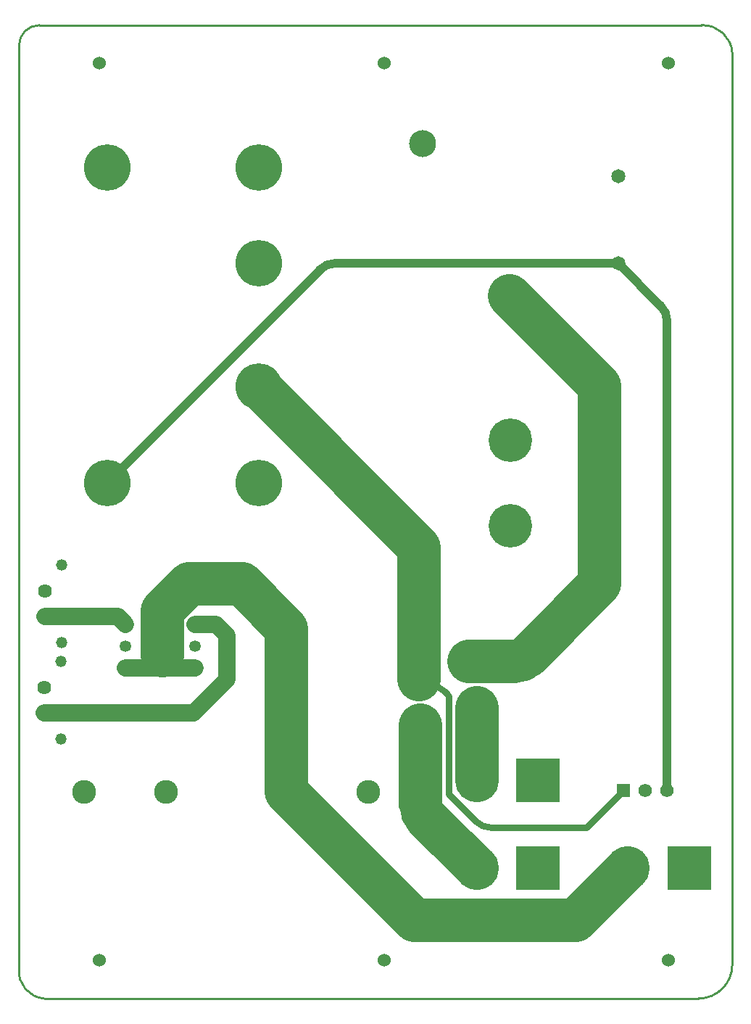
<source format=gtl>
G04*
G04 #@! TF.GenerationSoftware,Altium Limited,Altium Designer,19.0.15 (446)*
G04*
G04 Layer_Physical_Order=1*
G04 Layer_Color=255*
%FSLAX25Y25*%
%MOIN*%
G70*
G01*
G75*
%ADD10C,0.01000*%
%ADD29C,0.04000*%
%ADD30C,0.20000*%
%ADD31C,0.03000*%
%ADD32R,0.06811X0.03819*%
%ADD33C,0.08000*%
%ADD34R,0.06201X0.06201*%
%ADD35C,0.06201*%
%ADD36C,0.20000*%
%ADD37C,0.06000*%
%ADD38C,0.10949*%
%ADD39C,0.05315*%
%ADD40R,0.20079X0.20079*%
%ADD41C,0.20079*%
%ADD42C,0.06378*%
%ADD43C,0.05197*%
%ADD44C,0.21378*%
%ADD45C,0.06496*%
%ADD46C,0.12402*%
D10*
X9367Y447367D02*
G03*
X0Y438000I0J-9367D01*
G01*
Y13500D02*
G03*
X11500Y0I12500J-1000D01*
G01*
X312500D02*
G03*
X328000Y15500I-0J15500D01*
G01*
X328027Y434493D02*
G03*
X314000Y447367I-13521J-654D01*
G01*
X9367D02*
X16439D01*
X0Y429143D02*
Y438000D01*
X313133Y447367D02*
X313834D01*
X11500Y0D02*
X312500D01*
X328000Y15500D02*
Y434500D01*
X16439Y447367D02*
X313133D01*
X0Y13500D02*
Y429143D01*
D29*
X145524Y338000D02*
G03*
X138453Y335071I0J-10000D01*
G01*
X298000Y311358D02*
G03*
X295071Y318429I-10000J0D01*
G01*
X275500Y338000D02*
X295071Y318429D01*
X145524Y338000D02*
X275500D01*
X40500Y237118D02*
X138453Y335071D01*
X298000Y95500D02*
Y311358D01*
D30*
X227169Y154811D02*
G03*
X234240Y157740I0J10000D01*
G01*
X184500Y90020D02*
G03*
X187429Y82949I10000J0D01*
G01*
X210515Y100393D02*
Y133500D01*
X210500Y100378D02*
X210515Y100393D01*
X207000Y154811D02*
X227169D01*
X267000Y190500D02*
Y281500D01*
X234240Y157740D02*
X267000Y190500D01*
X187429Y82949D02*
X210500Y59878D01*
X184500Y90020D02*
Y125506D01*
X78287Y190500D02*
X102500D01*
X66000Y178213D02*
X78287Y190500D01*
X66000Y157685D02*
Y178213D01*
X102500Y190500D02*
X123000Y170000D01*
Y95000D02*
Y170000D01*
X256000Y36000D02*
X280000Y60000D01*
X182000Y36000D02*
X256000D01*
X123000Y95000D02*
X182000Y36000D01*
X110185Y281213D02*
X184000Y207398D01*
Y146500D02*
Y207398D01*
X225500Y323000D02*
X267000Y281500D01*
D31*
X210040Y81460D02*
G03*
X217111Y78531I7071J7071D01*
G01*
X197500Y138793D02*
G03*
X197000Y140000I-1707J0D01*
G01*
X196102Y140898D02*
G03*
X189031Y143827I-7071J-7071D01*
G01*
X197500Y94000D02*
X210040Y81460D01*
X197500Y94000D02*
Y138793D01*
X184500Y143827D02*
X189031D01*
X196102Y140898D02*
X197000Y140000D01*
X261031Y78531D02*
X278000Y95500D01*
X217111Y78531D02*
X261031D01*
D32*
X211000Y138000D02*
D03*
Y149653D02*
D03*
X184500Y132173D02*
D03*
Y143827D02*
D03*
D33*
X71685Y152000D02*
X81000D01*
X49000D02*
X71685D01*
X81000Y172000D02*
X90500D01*
X95500Y146500D02*
Y167000D01*
X90500Y172000D02*
X95500Y167000D01*
X80189Y131189D02*
X95500Y146500D01*
X11500Y131189D02*
X80189D01*
X45500Y175500D02*
X49000Y172000D01*
X12000Y175500D02*
X45500D01*
D34*
X278000Y95500D02*
D03*
D35*
X288000D02*
D03*
X298000D02*
D03*
D36*
X226000Y217315D02*
D03*
Y256685D02*
D03*
D37*
X168000Y17500D02*
D03*
Y430000D02*
D03*
X37000Y17500D02*
D03*
Y430000D02*
D03*
X298500D02*
D03*
Y17500D02*
D03*
D38*
X160500Y95000D02*
D03*
X123000D02*
D03*
X30000D02*
D03*
X67500D02*
D03*
D39*
X81000Y152000D02*
D03*
Y162000D02*
D03*
Y172000D02*
D03*
X49000D02*
D03*
Y162000D02*
D03*
Y152000D02*
D03*
D40*
X308201Y60000D02*
D03*
X238701Y59878D02*
D03*
Y100378D02*
D03*
D41*
X280000Y60000D02*
D03*
X210500Y59878D02*
D03*
Y100378D02*
D03*
D42*
X11500Y143000D02*
D03*
Y131189D02*
D03*
X12000Y187311D02*
D03*
Y175500D02*
D03*
D43*
X19217Y119378D02*
D03*
Y154811D02*
D03*
X19716Y163689D02*
D03*
Y199122D02*
D03*
D44*
X110185Y382000D02*
D03*
Y337906D02*
D03*
Y281213D02*
D03*
Y237118D02*
D03*
X40500Y382000D02*
D03*
Y237118D02*
D03*
D45*
X275500Y378000D02*
D03*
Y338000D02*
D03*
D46*
X225500Y323000D02*
D03*
X185500Y393000D02*
D03*
M02*

</source>
